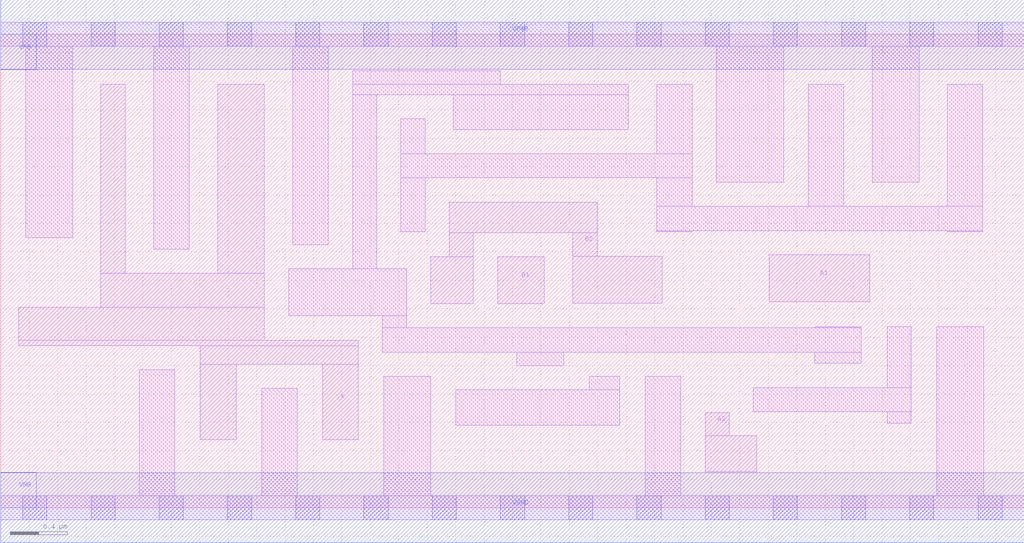
<source format=lef>
# Copyright 2020 The SkyWater PDK Authors
#
# Licensed under the Apache License, Version 2.0 (the "License");
# you may not use this file except in compliance with the License.
# You may obtain a copy of the License at
#
#     https://www.apache.org/licenses/LICENSE-2.0
#
# Unless required by applicable law or agreed to in writing, software
# distributed under the License is distributed on an "AS IS" BASIS,
# WITHOUT WARRANTIES OR CONDITIONS OF ANY KIND, either express or implied.
# See the License for the specific language governing permissions and
# limitations under the License.
#
# SPDX-License-Identifier: Apache-2.0

VERSION 5.5 ;
NAMESCASESENSITIVE ON ;
BUSBITCHARS "[]" ;
DIVIDERCHAR "/" ;
MACRO sky130_fd_sc_hs__a22o_4
  CLASS CORE ;
  SOURCE USER ;
  ORIGIN  0.000000  0.000000 ;
  SIZE  7.200000 BY  3.330000 ;
  SYMMETRY X Y ;
  SITE unit ;
  PIN A1
    ANTENNAGATEAREA  0.492000 ;
    DIRECTION INPUT ;
    USE SIGNAL ;
    PORT
      LAYER li1 ;
        RECT 5.405000 1.450000 6.115000 1.780000 ;
    END
  END A1
  PIN A2
    ANTENNAGATEAREA  0.492000 ;
    DIRECTION INPUT ;
    USE SIGNAL ;
    PORT
      LAYER li1 ;
        RECT 4.955000 0.255000 5.320000 0.505000 ;
        RECT 4.955000 0.505000 5.125000 0.670000 ;
    END
  END A2
  PIN B1
    ANTENNAGATEAREA  0.492000 ;
    DIRECTION INPUT ;
    USE SIGNAL ;
    PORT
      LAYER li1 ;
        RECT 3.495000 1.435000 3.825000 1.765000 ;
    END
  END B1
  PIN B2
    ANTENNAGATEAREA  0.492000 ;
    DIRECTION INPUT ;
    USE SIGNAL ;
    PORT
      LAYER li1 ;
        RECT 3.025000 1.435000 3.325000 1.765000 ;
        RECT 3.155000 1.765000 3.325000 1.935000 ;
        RECT 3.155000 1.935000 4.195000 2.150000 ;
        RECT 4.025000 1.440000 4.655000 1.770000 ;
        RECT 4.025000 1.770000 4.195000 1.935000 ;
    END
  END B2
  PIN X
    ANTENNADIFFAREA  1.086400 ;
    DIRECTION OUTPUT ;
    USE SIGNAL ;
    PORT
      LAYER li1 ;
        RECT 0.125000 1.140000 2.515000 1.180000 ;
        RECT 0.125000 1.180000 1.855000 1.410000 ;
        RECT 0.705000 1.410000 1.855000 1.650000 ;
        RECT 0.705000 1.650000 0.875000 2.980000 ;
        RECT 1.405000 0.480000 1.655000 1.010000 ;
        RECT 1.405000 1.010000 2.515000 1.140000 ;
        RECT 1.525000 1.650000 1.855000 2.980000 ;
        RECT 2.265000 0.480000 2.515000 1.010000 ;
    END
  END X
  PIN VGND
    DIRECTION INOUT ;
    USE GROUND ;
    PORT
      LAYER met1 ;
        RECT 0.000000 -0.245000 7.200000 0.245000 ;
    END
  END VGND
  PIN VNB
    DIRECTION INOUT ;
    USE GROUND ;
    PORT
    END
  END VNB
  PIN VPB
    DIRECTION INOUT ;
    USE POWER ;
    PORT
    END
  END VPB
  PIN VNB
    DIRECTION INOUT ;
    USE GROUND ;
    PORT
      LAYER met1 ;
        RECT 0.000000 0.000000 0.250000 0.250000 ;
    END
  END VNB
  PIN VPB
    DIRECTION INOUT ;
    USE POWER ;
    PORT
      LAYER met1 ;
        RECT 0.000000 3.080000 0.250000 3.330000 ;
    END
  END VPB
  PIN VPWR
    DIRECTION INOUT ;
    USE POWER ;
    PORT
      LAYER met1 ;
        RECT 0.000000 3.085000 7.200000 3.575000 ;
    END
  END VPWR
  OBS
    LAYER li1 ;
      RECT 0.000000 -0.085000 7.200000 0.085000 ;
      RECT 0.000000  3.245000 7.200000 3.415000 ;
      RECT 0.175000  1.900000 0.505000 3.245000 ;
      RECT 0.975000  0.085000 1.225000 0.970000 ;
      RECT 1.075000  1.820000 1.325000 3.245000 ;
      RECT 1.835000  0.085000 2.085000 0.840000 ;
      RECT 2.025000  1.350000 2.855000 1.680000 ;
      RECT 2.055000  1.850000 2.305000 3.245000 ;
      RECT 2.475000  1.680000 2.645000 2.905000 ;
      RECT 2.475000  2.905000 4.415000 2.980000 ;
      RECT 2.475000  2.980000 3.515000 3.075000 ;
      RECT 2.685000  1.095000 6.055000 1.265000 ;
      RECT 2.685000  1.265000 2.855000 1.350000 ;
      RECT 2.695000  0.085000 3.025000 0.925000 ;
      RECT 2.815000  1.940000 2.985000 2.320000 ;
      RECT 2.815000  2.320000 4.865000 2.490000 ;
      RECT 2.815000  2.490000 2.985000 2.735000 ;
      RECT 3.185000  2.660000 4.415000 2.905000 ;
      RECT 3.200000  0.580000 4.355000 0.830000 ;
      RECT 3.630000  1.000000 3.960000 1.095000 ;
      RECT 4.140000  0.830000 4.355000 0.925000 ;
      RECT 4.535000  0.085000 4.785000 0.925000 ;
      RECT 4.615000  1.940000 4.865000 1.950000 ;
      RECT 4.615000  1.950000 6.910000 2.120000 ;
      RECT 4.615000  2.120000 4.865000 2.320000 ;
      RECT 4.615000  2.490000 4.865000 2.980000 ;
      RECT 5.035000  2.290000 5.510000 3.245000 ;
      RECT 5.295000  0.675000 6.405000 0.845000 ;
      RECT 5.680000  2.120000 5.930000 2.980000 ;
      RECT 5.725000  1.015000 6.055000 1.095000 ;
      RECT 5.725000  1.265000 6.055000 1.275000 ;
      RECT 6.130000  2.290000 6.460000 3.245000 ;
      RECT 6.235000  0.595000 6.405000 0.675000 ;
      RECT 6.235000  0.845000 6.405000 1.275000 ;
      RECT 6.585000  0.085000 6.915000 1.275000 ;
      RECT 6.660000  1.940000 6.910000 1.950000 ;
      RECT 6.660000  2.120000 6.910000 2.980000 ;
    LAYER mcon ;
      RECT 0.155000 -0.085000 0.325000 0.085000 ;
      RECT 0.155000  3.245000 0.325000 3.415000 ;
      RECT 0.635000 -0.085000 0.805000 0.085000 ;
      RECT 0.635000  3.245000 0.805000 3.415000 ;
      RECT 1.115000 -0.085000 1.285000 0.085000 ;
      RECT 1.115000  3.245000 1.285000 3.415000 ;
      RECT 1.595000 -0.085000 1.765000 0.085000 ;
      RECT 1.595000  3.245000 1.765000 3.415000 ;
      RECT 2.075000 -0.085000 2.245000 0.085000 ;
      RECT 2.075000  3.245000 2.245000 3.415000 ;
      RECT 2.555000 -0.085000 2.725000 0.085000 ;
      RECT 2.555000  3.245000 2.725000 3.415000 ;
      RECT 3.035000 -0.085000 3.205000 0.085000 ;
      RECT 3.035000  3.245000 3.205000 3.415000 ;
      RECT 3.515000 -0.085000 3.685000 0.085000 ;
      RECT 3.515000  3.245000 3.685000 3.415000 ;
      RECT 3.995000 -0.085000 4.165000 0.085000 ;
      RECT 3.995000  3.245000 4.165000 3.415000 ;
      RECT 4.475000 -0.085000 4.645000 0.085000 ;
      RECT 4.475000  3.245000 4.645000 3.415000 ;
      RECT 4.955000 -0.085000 5.125000 0.085000 ;
      RECT 4.955000  3.245000 5.125000 3.415000 ;
      RECT 5.435000 -0.085000 5.605000 0.085000 ;
      RECT 5.435000  3.245000 5.605000 3.415000 ;
      RECT 5.915000 -0.085000 6.085000 0.085000 ;
      RECT 5.915000  3.245000 6.085000 3.415000 ;
      RECT 6.395000 -0.085000 6.565000 0.085000 ;
      RECT 6.395000  3.245000 6.565000 3.415000 ;
      RECT 6.875000 -0.085000 7.045000 0.085000 ;
      RECT 6.875000  3.245000 7.045000 3.415000 ;
  END
END sky130_fd_sc_hs__a22o_4
END LIBRARY

</source>
